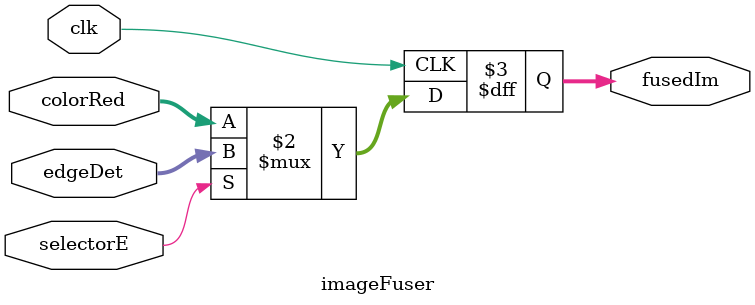
<source format=v>
`timescale 1ns / 1ps
module imageFuser(
    input [23:0] edgeDet,
    input [23:0] colorRed,
    input selectorE,
	 input clk,
    output reg[23:0] fusedIm
    );
	 
	 //for extensions, multiple conditionals to represent multiple muxes.
	 always @(posedge clk) fusedIm <= selectorE?edgeDet:colorRed;


endmodule

</source>
